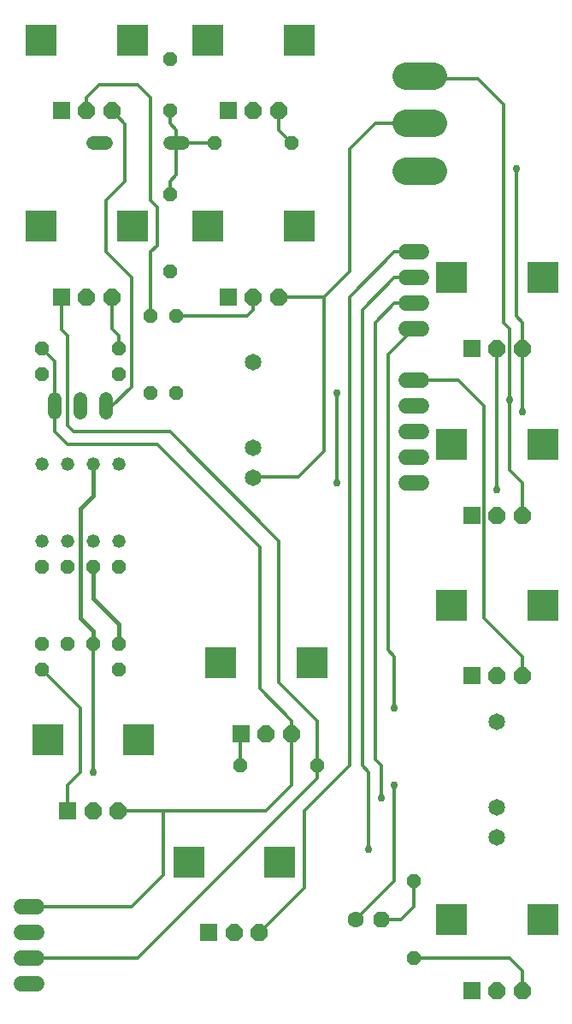
<source format=gtl>
G04 EAGLE Gerber RS-274X export*
G75*
%MOMM*%
%FSLAX34Y34*%
%LPD*%
%INTop Copper*%
%IPPOS*%
%AMOC8*
5,1,8,0,0,1.08239X$1,22.5*%
G01*
%ADD10R,1.676400X1.676400*%
%ADD11P,1.814519X8X292.500000*%
%ADD12R,3.116000X3.116000*%
%ADD13P,1.732040X8X22.500000*%
%ADD14C,1.600200*%
%ADD15P,1.429621X8X202.500000*%
%ADD16C,1.650000*%
%ADD17C,1.320800*%
%ADD18P,1.429621X8X292.500000*%
%ADD19P,1.429621X8X112.500000*%
%ADD20C,2.705100*%
%ADD21C,1.320800*%
%ADD22C,1.524000*%
%ADD23C,0.304800*%
%ADD24C,0.406400*%
%ADD25C,0.756400*%


D10*
X203600Y76050D03*
D11*
X228600Y76050D03*
X253600Y76050D03*
D12*
X273600Y146050D03*
X183600Y146050D03*
D13*
X374650Y88900D03*
D14*
X349250Y88900D03*
D15*
X114300Y654050D03*
X38100Y654050D03*
D16*
X247650Y640550D03*
X247650Y555550D03*
X247650Y525550D03*
D17*
X178054Y857250D02*
X164846Y857250D01*
X101854Y857250D02*
X88646Y857250D01*
D18*
X165100Y939800D03*
X165100Y889000D03*
D15*
X285750Y857250D03*
X209550Y857250D03*
D10*
X222650Y888850D03*
D11*
X247650Y888850D03*
X272650Y888850D03*
D12*
X292650Y958850D03*
X202650Y958850D03*
D19*
X165100Y730250D03*
X165100Y806450D03*
D17*
X50800Y603504D02*
X50800Y590296D01*
X101600Y590296D02*
X101600Y603504D01*
X76200Y603504D02*
X76200Y590296D01*
D10*
X57550Y888850D03*
D11*
X82550Y888850D03*
X107550Y888850D03*
D12*
X127550Y958850D03*
X37550Y958850D03*
D10*
X63900Y196700D03*
D11*
X88900Y196700D03*
X113900Y196700D03*
D12*
X133900Y266700D03*
X43900Y266700D03*
D10*
X235350Y272900D03*
D11*
X260350Y272900D03*
X285350Y272900D03*
D12*
X305350Y342900D03*
X215350Y342900D03*
D15*
X114300Y336550D03*
X38100Y336550D03*
X311150Y241300D03*
X234950Y241300D03*
D10*
X57550Y704700D03*
D11*
X82550Y704700D03*
X107550Y704700D03*
D12*
X127550Y774700D03*
X37550Y774700D03*
D15*
X114300Y628650D03*
X38100Y628650D03*
D10*
X222650Y704700D03*
D11*
X247650Y704700D03*
X272650Y704700D03*
D12*
X292650Y774700D03*
X202650Y774700D03*
D20*
X399225Y829310D02*
X426276Y829310D01*
X426276Y876300D02*
X399225Y876300D01*
X399225Y923290D02*
X426276Y923290D01*
D10*
X463950Y330050D03*
D11*
X488950Y330050D03*
X513950Y330050D03*
D12*
X533950Y400050D03*
X443950Y400050D03*
D10*
X463950Y488800D03*
D11*
X488950Y488800D03*
X513950Y488800D03*
D12*
X533950Y558800D03*
X443950Y558800D03*
D10*
X463950Y653900D03*
D11*
X488950Y653900D03*
X513950Y653900D03*
D12*
X533950Y723900D03*
X443950Y723900D03*
D19*
X114300Y361950D03*
X114300Y438150D03*
D18*
X38100Y438150D03*
X38100Y361950D03*
X63500Y438150D03*
X63500Y361950D03*
D19*
X88900Y361950D03*
X88900Y438150D03*
D10*
X463950Y18900D03*
D11*
X488950Y18900D03*
X513950Y18900D03*
D12*
X533950Y88900D03*
X443950Y88900D03*
D18*
X406400Y127000D03*
X406400Y50800D03*
D16*
X488950Y284950D03*
X488950Y199950D03*
X488950Y169950D03*
D21*
X38100Y463550D03*
X63500Y463550D03*
X63500Y539750D03*
X38100Y539750D03*
X88900Y463550D03*
X114300Y463550D03*
X88900Y539750D03*
X114300Y539750D03*
D22*
X398780Y673100D02*
X414020Y673100D01*
X414020Y698500D02*
X398780Y698500D01*
X398780Y723900D02*
X414020Y723900D01*
X414020Y749300D02*
X398780Y749300D01*
X33020Y25400D02*
X17780Y25400D01*
X17780Y50800D02*
X33020Y50800D01*
X33020Y76200D02*
X17780Y76200D01*
X17780Y101600D02*
X33020Y101600D01*
D19*
X146050Y609600D03*
X146050Y685800D03*
D18*
X171450Y685800D03*
X171450Y609600D03*
D22*
X398780Y622300D02*
X414020Y622300D01*
X414020Y596900D02*
X398780Y596900D01*
X398780Y571500D02*
X414020Y571500D01*
X414020Y546100D02*
X398780Y546100D01*
X398780Y520700D02*
X414020Y520700D01*
D23*
X50800Y641350D02*
X38100Y654050D01*
X50800Y641350D02*
X50800Y596900D01*
X25400Y101600D02*
X127000Y101600D01*
X158750Y133350D01*
X158750Y196850D01*
X114300Y196700D01*
D24*
X113900Y196700D01*
D23*
X260344Y196844D01*
X285750Y222250D01*
X285350Y272900D02*
X285750Y285750D01*
X285750Y222250D01*
X50800Y571500D02*
X50800Y596900D01*
X63500Y558800D02*
X152400Y558800D01*
X254000Y457200D01*
X254000Y317350D02*
X285750Y285750D01*
X63500Y558800D02*
X50800Y571500D01*
X254000Y457200D02*
X254000Y317350D01*
X133350Y50800D02*
X25400Y50800D01*
X133350Y50800D02*
X311150Y228600D01*
X311150Y241300D01*
X57550Y672700D02*
X57550Y704700D01*
X57550Y672700D02*
X63500Y666750D01*
X63500Y577850D01*
X69850Y571500D01*
X165100Y571500D01*
X273050Y463550D01*
X273050Y323850D01*
X311150Y285750D01*
X311150Y241300D01*
X165100Y876300D02*
X165100Y889000D01*
X165100Y876300D02*
X171450Y869950D01*
X171450Y857250D01*
X171450Y825500D01*
X165100Y819150D01*
X165100Y806450D01*
X171450Y857250D02*
X209550Y857250D01*
X120650Y875750D02*
X107550Y888850D01*
X120650Y819150D02*
X101600Y800100D01*
X101600Y749300D01*
X127000Y723900D01*
X107950Y596900D02*
X101600Y596900D01*
X120650Y819150D02*
X120650Y875750D01*
X127000Y723900D02*
X127000Y615950D01*
X107950Y596900D01*
D24*
X273050Y888450D02*
X272650Y888850D01*
D23*
X273050Y888450D02*
X273050Y869950D01*
X285750Y857250D01*
X387350Y749300D02*
X406400Y749300D01*
X387350Y749300D02*
X342900Y704850D01*
X342900Y241300D02*
X298450Y196850D01*
X298450Y120650D01*
X254000Y76200D01*
X253600Y76050D01*
X342900Y241300D02*
X342900Y704850D01*
X387350Y723900D02*
X406400Y723900D01*
X387350Y723900D02*
X355600Y692150D01*
D25*
X361950Y158750D03*
D23*
X355600Y241300D02*
X355600Y692150D01*
X355600Y241300D02*
X361950Y234950D01*
X361950Y158750D01*
X63900Y196700D02*
X63500Y222250D01*
X76200Y234950D01*
X76200Y298450D01*
X38100Y336550D01*
X387350Y698500D02*
X406400Y698500D01*
X387350Y698500D02*
X368300Y679450D01*
D25*
X374650Y209550D03*
D23*
X368300Y247650D02*
X368300Y679450D01*
X368300Y247650D02*
X374650Y241300D01*
X374650Y209550D01*
D24*
X235350Y272900D02*
X234950Y272900D01*
D23*
X234950Y241300D01*
D25*
X387350Y298450D03*
D23*
X381000Y647700D02*
X406400Y673100D01*
X381000Y647700D02*
X381000Y355600D01*
X387350Y349250D01*
X387350Y298450D01*
D24*
X107950Y704300D02*
X107550Y704700D01*
D23*
X107950Y704300D02*
X107950Y673100D01*
X114300Y666750D01*
X114300Y654050D01*
D24*
X272650Y704700D02*
X272650Y704850D01*
D23*
X342900Y730250D02*
X342900Y850900D01*
X368300Y876300D01*
X412750Y876300D01*
X317500Y704850D02*
X272650Y704850D01*
X317500Y704850D02*
X342900Y730250D01*
D24*
X247650Y527050D02*
X247650Y525550D01*
D23*
X247650Y527050D02*
X292100Y527050D01*
X317500Y552450D01*
X317500Y704850D01*
X488950Y653900D02*
X488950Y514350D01*
D25*
X488950Y514350D03*
D23*
X514350Y679450D02*
X508000Y685800D01*
X514350Y679450D02*
X514350Y653900D01*
D24*
X513950Y653900D01*
D23*
X508000Y685800D02*
X508000Y831850D01*
X513950Y653900D02*
X513950Y590950D01*
D25*
X513950Y590950D03*
X508000Y831850D03*
D23*
X513950Y513950D02*
X513950Y488800D01*
X513950Y513950D02*
X514350Y520700D01*
X501650Y533400D02*
X501650Y603250D01*
X501650Y533400D02*
X514350Y520700D01*
X419100Y920750D02*
X412750Y923290D01*
X419100Y920750D02*
X469900Y920750D01*
X495300Y895350D01*
X495300Y679450D01*
X501650Y673100D01*
X501650Y603250D01*
D25*
X501650Y603250D03*
D23*
X450850Y622300D02*
X406400Y622300D01*
X450850Y622300D02*
X476250Y596900D01*
X476250Y387350D01*
X514350Y349250D01*
X514350Y330450D01*
X513950Y330050D01*
D24*
X88900Y406400D02*
X88900Y438150D01*
X88900Y406400D02*
X114300Y381000D01*
X114300Y361950D01*
D23*
X88900Y361950D02*
X88900Y234950D01*
D25*
X88900Y234950D03*
D23*
X349250Y88900D02*
X387350Y127000D01*
X387350Y222250D01*
D25*
X387350Y222250D03*
D24*
X88900Y508000D02*
X88900Y539750D01*
X88900Y508000D02*
X76200Y495300D01*
X76200Y387350D01*
X88900Y374650D01*
X88900Y361950D01*
X513950Y18900D02*
X514350Y19050D01*
D23*
X514350Y38100D01*
X501650Y50800D01*
X406400Y50800D01*
X406400Y101600D02*
X406400Y127000D01*
X406400Y101600D02*
X393700Y88900D01*
X374650Y88900D01*
X82550Y901700D02*
X95250Y914400D01*
X133350Y914400D02*
X146050Y901700D01*
X146050Y749300D02*
X146050Y685800D01*
X82550Y888850D02*
X82550Y901700D01*
X95250Y914400D02*
X133350Y914400D01*
X146050Y901700D02*
X146050Y800100D01*
X152400Y793750D01*
X152400Y755650D01*
X146050Y749300D01*
D25*
X330200Y609600D03*
D23*
X330200Y520700D01*
D25*
X330200Y520700D03*
D23*
X247650Y692150D02*
X247650Y704700D01*
X247650Y692150D02*
X241300Y685800D01*
X171450Y685800D01*
M02*

</source>
